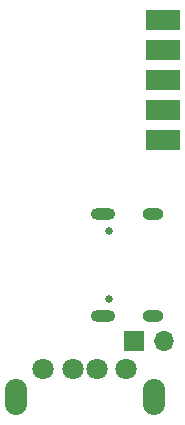
<source format=gbr>
%TF.GenerationSoftware,KiCad,Pcbnew,8.0.6*%
%TF.CreationDate,2024-11-28T00:53:07-05:00*%
%TF.ProjectId,wyt-dongle,7779742d-646f-46e6-976c-652e6b696361,rev?*%
%TF.SameCoordinates,Original*%
%TF.FileFunction,Soldermask,Bot*%
%TF.FilePolarity,Negative*%
%FSLAX46Y46*%
G04 Gerber Fmt 4.6, Leading zero omitted, Abs format (unit mm)*
G04 Created by KiCad (PCBNEW 8.0.6) date 2024-11-28 00:53:07*
%MOMM*%
%LPD*%
G01*
G04 APERTURE LIST*
%ADD10C,1.800000*%
%ADD11O,1.900000X3.050000*%
%ADD12C,0.650000*%
%ADD13O,2.100000X1.000000*%
%ADD14O,1.800000X1.000000*%
%ADD15R,1.700000X1.700000*%
%ADD16O,1.700000X1.700000*%
%ADD17R,3.000000X1.750000*%
G04 APERTURE END LIST*
D10*
%TO.C,J1*%
X12100000Y-30887500D03*
X9600000Y-30887500D03*
X7600000Y-30887500D03*
X5100000Y-30887500D03*
D11*
X14450000Y-33287500D03*
X2750000Y-33287500D03*
%TD*%
D12*
%TO.C,P1*%
X10695000Y-24990000D03*
X10695000Y-19210000D03*
D13*
X10175000Y-26420000D03*
D14*
X14375000Y-26420000D03*
D13*
X10175000Y-17780000D03*
D14*
X14375000Y-17780000D03*
%TD*%
D15*
%TO.C,J3*%
X12800000Y-28600000D03*
D16*
X15340000Y-28600000D03*
%TD*%
D17*
%TO.C,J2*%
X15200000Y-1420000D03*
X15200000Y-3960000D03*
X15200000Y-6500000D03*
X15200000Y-9040000D03*
X15200000Y-11580000D03*
%TD*%
M02*

</source>
